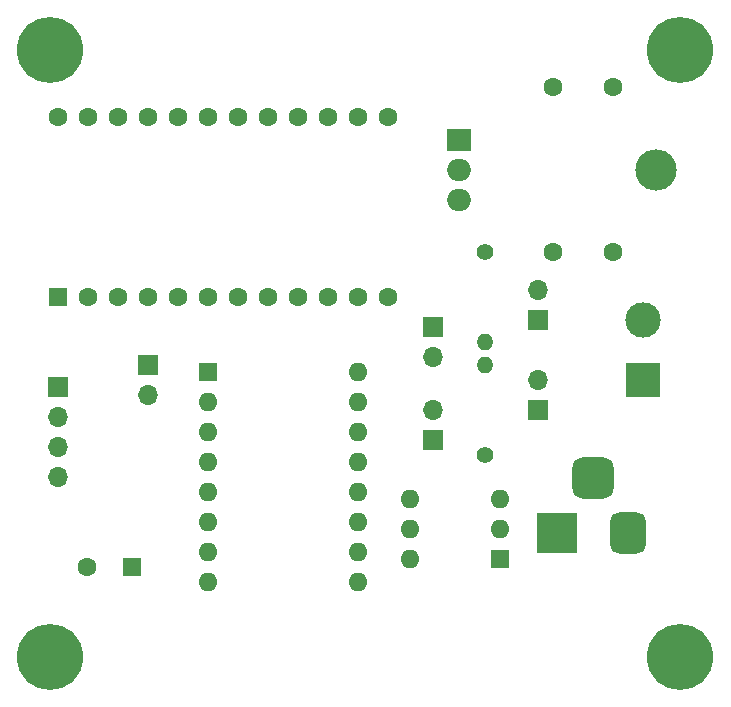
<source format=gbs>
G04 #@! TF.GenerationSoftware,KiCad,Pcbnew,7.0.1*
G04 #@! TF.CreationDate,2024-08-10T04:39:01+08:00*
G04 #@! TF.ProjectId,BDST,42445354-2e6b-4696-9361-645f70636258,rev?*
G04 #@! TF.SameCoordinates,Original*
G04 #@! TF.FileFunction,Soldermask,Bot*
G04 #@! TF.FilePolarity,Negative*
%FSLAX46Y46*%
G04 Gerber Fmt 4.6, Leading zero omitted, Abs format (unit mm)*
G04 Created by KiCad (PCBNEW 7.0.1) date 2024-08-10 04:39:01*
%MOMM*%
%LPD*%
G01*
G04 APERTURE LIST*
G04 Aperture macros list*
%AMRoundRect*
0 Rectangle with rounded corners*
0 $1 Rounding radius*
0 $2 $3 $4 $5 $6 $7 $8 $9 X,Y pos of 4 corners*
0 Add a 4 corners polygon primitive as box body*
4,1,4,$2,$3,$4,$5,$6,$7,$8,$9,$2,$3,0*
0 Add four circle primitives for the rounded corners*
1,1,$1+$1,$2,$3*
1,1,$1+$1,$4,$5*
1,1,$1+$1,$6,$7*
1,1,$1+$1,$8,$9*
0 Add four rect primitives between the rounded corners*
20,1,$1+$1,$2,$3,$4,$5,0*
20,1,$1+$1,$4,$5,$6,$7,0*
20,1,$1+$1,$6,$7,$8,$9,0*
20,1,$1+$1,$8,$9,$2,$3,0*%
G04 Aperture macros list end*
%ADD10R,1.600000X1.600000*%
%ADD11C,1.600000*%
%ADD12R,3.000000X3.000000*%
%ADD13C,3.000000*%
%ADD14R,1.700000X1.700000*%
%ADD15O,1.700000X1.700000*%
%ADD16C,1.400000*%
%ADD17O,1.400000X1.400000*%
%ADD18C,3.600000*%
%ADD19C,5.600000*%
%ADD20O,1.600000X1.600000*%
%ADD21O,3.500000X3.500000*%
%ADD22R,2.000000X1.905000*%
%ADD23O,2.000000X1.905000*%
%ADD24R,3.500000X3.500000*%
%ADD25RoundRect,0.750000X0.750000X1.000000X-0.750000X1.000000X-0.750000X-1.000000X0.750000X-1.000000X0*%
%ADD26RoundRect,0.875000X0.875000X0.875000X-0.875000X0.875000X-0.875000X-0.875000X0.875000X-0.875000X0*%
G04 APERTURE END LIST*
D10*
X92710000Y-60960000D03*
D11*
X95250000Y-60960000D03*
X97790000Y-60960000D03*
X100330000Y-60960000D03*
X102870000Y-60960000D03*
X105410000Y-60960000D03*
X107950000Y-60960000D03*
X110490000Y-60960000D03*
X113030000Y-60960000D03*
X115570000Y-60960000D03*
X118110000Y-60960000D03*
X120650000Y-60960000D03*
X120650000Y-45720000D03*
X118110000Y-45720000D03*
X115570000Y-45720000D03*
X113030000Y-45720000D03*
X110490000Y-45720000D03*
X107950000Y-45720000D03*
X105410000Y-45720000D03*
X102870000Y-45720000D03*
X100330000Y-45720000D03*
X97790000Y-45720000D03*
X95250000Y-45720000D03*
X92710000Y-45720000D03*
D12*
X142240000Y-67945000D03*
D13*
X142240000Y-62865000D03*
D11*
X139660000Y-43180000D03*
X134660000Y-43180000D03*
D14*
X92710000Y-68590000D03*
D15*
X92710000Y-71130000D03*
X92710000Y-73670000D03*
X92710000Y-76210000D03*
D14*
X133350000Y-70490000D03*
D15*
X133350000Y-67950000D03*
D14*
X124460000Y-63495000D03*
D15*
X124460000Y-66035000D03*
D14*
X133350000Y-62865000D03*
D15*
X133350000Y-60325000D03*
D16*
X128905000Y-57150000D03*
D17*
X128905000Y-64770000D03*
D18*
X145415000Y-40005000D03*
D19*
X145415000Y-40005000D03*
D10*
X105420000Y-67310000D03*
D20*
X105420000Y-69850000D03*
X105420000Y-72390000D03*
X105420000Y-74930000D03*
X105420000Y-77470000D03*
X105420000Y-80010000D03*
X105420000Y-82550000D03*
X105420000Y-85090000D03*
X118120000Y-85090000D03*
X118120000Y-82550000D03*
X118120000Y-80010000D03*
X118120000Y-77470000D03*
X118120000Y-74930000D03*
X118120000Y-72390000D03*
X118120000Y-69850000D03*
X118120000Y-67310000D03*
D18*
X92075000Y-40005000D03*
D19*
X92075000Y-40005000D03*
D18*
X92075000Y-91440000D03*
D19*
X92075000Y-91440000D03*
D21*
X143320000Y-50165000D03*
D22*
X126660000Y-47625000D03*
D23*
X126660000Y-50165000D03*
X126660000Y-52705000D03*
D10*
X98957651Y-83820000D03*
D11*
X95157651Y-83820000D03*
D24*
X134970000Y-80967500D03*
D25*
X140970000Y-80967500D03*
D26*
X137970000Y-76267500D03*
D18*
X145415000Y-91440000D03*
D19*
X145415000Y-91440000D03*
D14*
X124460000Y-73025000D03*
D15*
X124460000Y-70485000D03*
D14*
X100330000Y-66670000D03*
D15*
X100330000Y-69210000D03*
D16*
X128905000Y-74295000D03*
D17*
X128905000Y-66675000D03*
D10*
X130175000Y-83170000D03*
D20*
X130175000Y-80630000D03*
X130175000Y-78090000D03*
X122555000Y-78090000D03*
X122555000Y-80630000D03*
X122555000Y-83170000D03*
D11*
X134660000Y-57150000D03*
X139660000Y-57150000D03*
M02*

</source>
